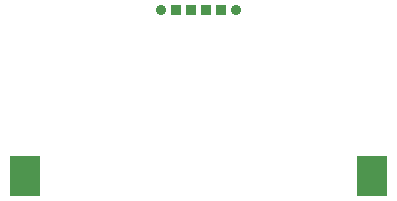
<source format=gbr>
G04 EAGLE Gerber RS-274X export*
G75*
%MOMM*%
%FSLAX34Y34*%
%LPD*%
%INSolderpaste Bottom*%
%IPPOS*%
%AMOC8*
5,1,8,0,0,1.08239X$1,22.5*%
G01*
%ADD10R,2.600000X3.500000*%
%ADD11R,0.900000X0.900000*%
%ADD12C,0.900000*%


D10*
X317000Y170000D03*
X23000Y170000D03*
D11*
X163650Y310000D03*
X150950Y310000D03*
D12*
X138250Y310000D03*
X201750Y310000D03*
D11*
X176350Y310000D03*
X189050Y310000D03*
M02*

</source>
